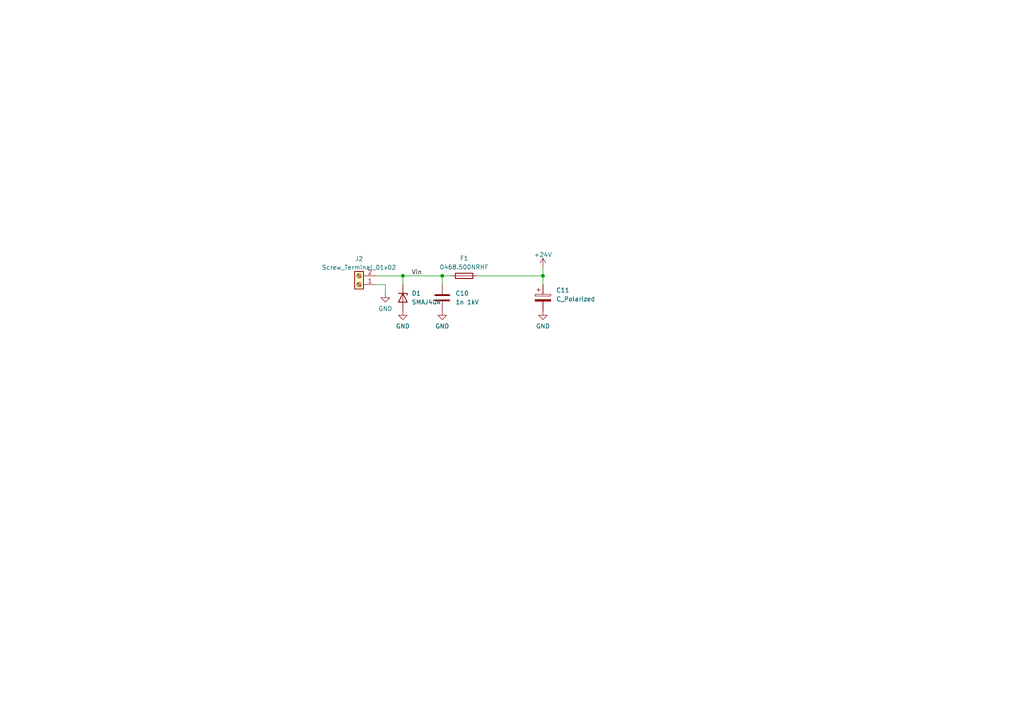
<source format=kicad_sch>
(kicad_sch (version 20230121) (generator eeschema)
  (paper "A4")
  (lib_symbols
    (symbol "Connector:Screw_Terminal_01x02" (pin_names (offset 1.016) hide)
      (property "Reference" "J" (at 0 2.54 0))
      (property "Value" "Screw_Terminal_01x02" (at 0 -5.08 0))
      (symbol "Screw_Terminal_01x02_1_1"
        (rectangle (start -1.27 1.27) (end 1.27 -3.81) (stroke (width 0.254)) (fill (type background)))
        (circle (center 0 -2.54) (radius 0.635) (stroke (width 0.1524)))
        (polyline (pts (xy -0.5334 -2.2098) (xy 0.3302 -3.048)) (stroke (width 0.1524)))
        (polyline (pts (xy -0.5334 0.3302) (xy 0.3302 -0.508)) (stroke (width 0.1524)))
        (polyline (pts (xy -0.3556 -2.032) (xy 0.508 -2.8702)) (stroke (width 0.1524)))
        (polyline (pts (xy -0.3556 0.508) (xy 0.508 -0.3302)) (stroke (width 0.1524)))
        (circle (center 0 0) (radius 0.635) (stroke (width 0.1524)))
        (pin passive line (at -5.08 0 0) (length 3.81) (name "Pin_1") (number "1"))
        (pin passive line (at -5.08 -2.54 0) (length 3.81) (name "Pin_2") (number "2"))
      )
    )
    (symbol "Device:C" (pin_numbers hide) (pin_names (offset 0.254))
      (property "Reference" "C" (at 0.635 2.54 0))
      (property "Value" "C" (at 0.635 -2.54 0))
      (symbol "C_0_1"
        (polyline (pts (xy -2.032 -0.762) (xy 2.032 -0.762)) (stroke (width 0.508)))
        (polyline (pts (xy -2.032 0.762) (xy 2.032 0.762)) (stroke (width 0.508)))
      )
      (symbol "C_1_1"
        (pin passive line (at 0 3.81 270) (length 2.794) (name "~") (number "1"))
        (pin passive line (at 0 -3.81 90) (length 2.794) (name "~") (number "2"))
      )
    )
    (symbol "Device:C_Polarized" (pin_numbers hide) (pin_names (offset 0.254))
      (property "Reference" "C" (at 0.635 2.54 0))
      (property "Value" "C_Polarized" (at 0.635 -2.54 0))
      (symbol "C_Polarized_0_1"
        (rectangle (start -2.286 0.508) (end 2.286 1.016))
        (polyline (pts (xy -1.778 2.286) (xy -0.762 2.286)))
        (polyline (pts (xy -1.27 2.794) (xy -1.27 1.778)))
        (rectangle (start 2.286 -0.508) (end -2.286 -1.016) (fill (type outline)))
      )
      (symbol "C_Polarized_1_1"
        (pin passive line (at 0 3.81 270) (length 2.794) (name "~") (number "1"))
        (pin passive line (at 0 -3.81 90) (length 2.794) (name "~") (number "2"))
      )
    )
    (symbol "Device:D_Zener" (pin_numbers hide) (pin_names (offset 1.016) hide)
      (property "Reference" "D" (at 0 2.54 0))
      (property "Value" "D_Zener" (at 0 -2.54 0))
      (symbol "D_Zener_0_1"
        (polyline (pts (xy 1.27 0) (xy -1.27 0)))
        (polyline (pts (xy -1.27 -1.27) (xy -1.27 1.27) (xy -0.762 1.27)) (stroke (width 0.254)))
        (polyline (pts (xy 1.27 -1.27) (xy 1.27 1.27) (xy -1.27 0) (xy 1.27 -1.27)) (stroke (width 0.254)))
      )
      (symbol "D_Zener_1_1"
        (pin passive line (at -3.81 0 0) (length 2.54) (name "K") (number "1"))
        (pin passive line (at 3.81 0 180) (length 2.54) (name "A") (number "2"))
      )
    )
    (symbol "Device:Fuse" (pin_numbers hide) (pin_names (offset 0))
      (property "Reference" "F" (at 2.032 0 90))
      (property "Value" "Fuse" (at -1.905 0 90))
      (symbol "Fuse_0_1"
        (rectangle (start -0.762 -2.54) (end 0.762 2.54) (stroke (width 0.254)))
        (polyline (pts (xy 0 2.54) (xy 0 -2.54)))
      )
      (symbol "Fuse_1_1"
        (pin passive line (at 0 3.81 270) (length 1.27) (name "~") (number "1"))
        (pin passive line (at 0 -3.81 90) (length 1.27) (name "~") (number "2"))
      )
    )
    (symbol "power:+24V" (power) (pin_names (offset 0))
      (property "Value" "+24V" (at 0 3.556 0))
      (symbol "+24V_0_1"
        (polyline (pts (xy -0.762 1.27) (xy 0 2.54)))
        (polyline (pts (xy 0 0) (xy 0 2.54)))
        (polyline (pts (xy 0 2.54) (xy 0.762 1.27)))
      )
      (symbol "+24V_1_1"
        (pin power_in line (at 0 0 90) (length 0) hide (name "+24V") (number "1"))
      )
    )
    (symbol "power:GND" (power) (pin_names (offset 0))
      (property "Value" "GND" (at 0 -3.81 0))
      (symbol "GND_0_1"
        (polyline (pts (xy 0 0) (xy 0 -1.27) (xy 1.27 -1.27) (xy 0 -2.54) (xy -1.27 -1.27) (xy 0 -1.27)))
      )
      (symbol "GND_1_1"
        (pin power_in line (at 0 0 270) (length 0) hide (name "GND") (number "1"))
      )
    )
  )
  (junction (at 157.48 80.01))
  (junction (at 116.84 80.01))
  (junction (at 128.27 80.01))
  (wire (pts (xy 138.43 80.01) (xy 157.48 80.01)))
  (wire (pts (xy 116.84 80.01) (xy 128.27 80.01)))
  (wire (pts (xy 128.27 80.01) (xy 130.81 80.01)))
  (wire (pts (xy 157.48 80.01) (xy 157.48 82.55)))
  (wire (pts (xy 116.84 82.55) (xy 116.84 80.01)))
  (wire (pts (xy 111.76 82.55) (xy 109.22 82.55)))
  (wire (pts (xy 128.27 80.01) (xy 128.27 82.55)))
  (wire (pts (xy 157.48 77.47) (xy 157.48 80.01)))
  (wire (pts (xy 111.76 85.09) (xy 111.76 82.55)))
  (wire (pts (xy 109.22 80.01) (xy 116.84 80.01)))
  (label "Vin" (at 119.38 80.01 0))
  (symbol (lib_id "Device:C_Polarized") (at 157.48 86.36 0) (unit 1)
    (property "Reference" "C11" (at 161.29 84.201 0) (effects (justify left)))
    (property "Value" "C_Polarized" (at 161.29 86.741 0) (effects (justify left)))
    (property "Footprint" "Capacitor_THT:C_Disc_D3.0mm_W1.6mm_P2.50mm" (effects hide))
  )
  (symbol (lib_id "Device:D_Zener") (at 116.84 86.36 270) (unit 1)
    (property "Reference" "D1" (at 119.38 85.09 90) (effects (justify left)))
    (property "Value" "SMAJ40A" (at 119.38 87.63 90) (effects (justify left)))
    (property "Footprint" "Diode_SMD:D_SMA" (effects hide))
    (property "LCSC" "C134985" (effects hide))
  )
  (symbol (lib_id "power:GND") (at 111.76 85.09 0) (unit 1)
    (property "Reference" "#PWR01" (effects hide))
    (property "Value" "GND" (at 111.76 89.5334 0))
  )
  (symbol (lib_id "power:GND") (at 116.84 90.17 0) (unit 1)
    (property "Reference" "#PWR0101" (effects hide))
    (property "Value" "GND" (at 116.84 94.6134 0))
  )
  (symbol (lib_id "power:+24V") (at 157.48 77.47 0) (unit 1)
    (property "Reference" "#PWR0103" (effects hide))
    (property "Value" "+24V" (at 157.48 73.8942 0))
  )
  (symbol (lib_id "power:GND") (at 157.48 90.17 0) (unit 1)
    (property "Reference" "#PWR014" (effects hide))
    (property "Value" "GND" (at 157.48 94.6134 0))
  )
  (symbol (lib_id "power:GND") (at 128.27 90.17 0) (unit 1)
    (property "Reference" "#PWR010" (effects hide))
    (property "Value" "GND" (at 128.27 94.6134 0))
  )
  (symbol (lib_id "Device:C") (at 128.27 86.36 0) (unit 1)
    (property "Reference" "C10" (at 132.08 85.09 0) (effects (justify left)))
    (property "Value" "1n 1kV" (at 132.08 87.63 0) (effects (justify left)))
    (property "Footprint" "Capacitor_SMD:C_0603_1608Metric" (effects hide))
    (property "LCSC Part #" "C696365" (effects hide))
    (property "LCSC" "C14663" (effects hide))
    (instances (project "night_light" (path "" (reference "C10") (unit 1)) (path "" (reference "C4") (unit 1))))
  )
  (symbol (lib_id "Device:Fuse") (at 134.62 80.01 90) (unit 1)
    (property "Reference" "F1" (at 134.62 74.93 90))
    (property "Value" "0468.500NRHF" (at 134.62 77.47 90))
    (property "Footprint" "Fuse:Fuse_1206_3216Metric_Pad1.42x1.75mm_HandSolder" (effects hide))
  )
  (symbol (lib_id "Connector:Screw_Terminal_01x02") (at 104.14 82.55 180) (unit 1)
    (property "Reference" "J2" (at 104.14 75.0402 0))
    (property "Value" "Screw_Terminal_01x02" (at 104.14 77.5771 0))
    (property "Footprint" "Connector_Phoenix_MC:PhoenixContact_MCV_1,5_2-G-3.81_1x02_P3.81mm_Vertical" (effects hide))
  )
)
</source>
